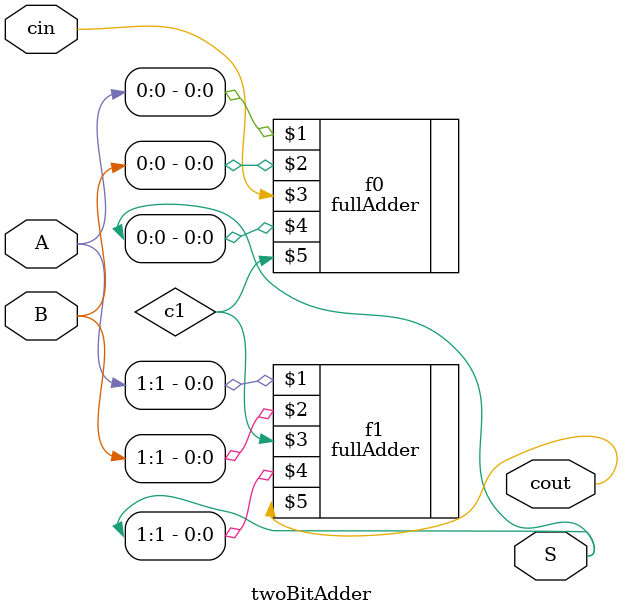
<source format=v>

module twoBitAdder(A, B, cin, S, cout);
input [1:0] A;
input [1:0] B;
input cin;
output [1:0] S;
output cout;

wire c1;

fullAdder f0 (A[0], B[0], cin, S[0], c1);
fullAdder f1 (A[1], B[1], c1, S[1], cout);

endmodule
</source>
